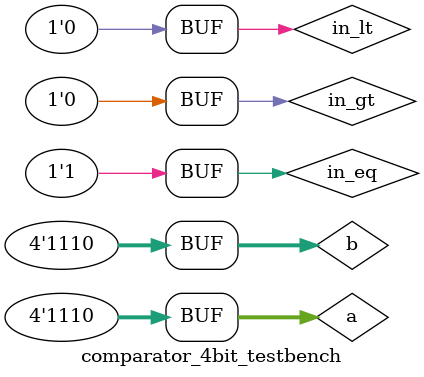
<source format=sv>
/*

Testbench code for the comparator_4bit module

*/

module comparator_4bit_testbench();
    logic [3:0] a, b;
    logic in_gt, in_lt, in_eq, out_gt, out_lt, out_eq;

    comparator_4bit dut(.a, .b, .in_gt, .in_lt, .in_eq, .out_gt, .out_lt, .out_eq);

    initial begin
        $dumpfile("testbench_vcd/comparator_4bit_testbench.vcd");
        $dumpvars(0, comparator_4bit_testbench);
        for(integer i = 0; i < 15; i++) begin
            a = i; b = i - 1; in_gt = 0; in_lt = 0; in_eq = 1; #10;
            a = i; b = i + 1; in_gt = 0; in_lt = 0; in_eq = 1; #10;
            a = i; b = i; in_gt = 0; in_lt = 0; in_eq = 1; #10;
        end
    end
endmodule
</source>
